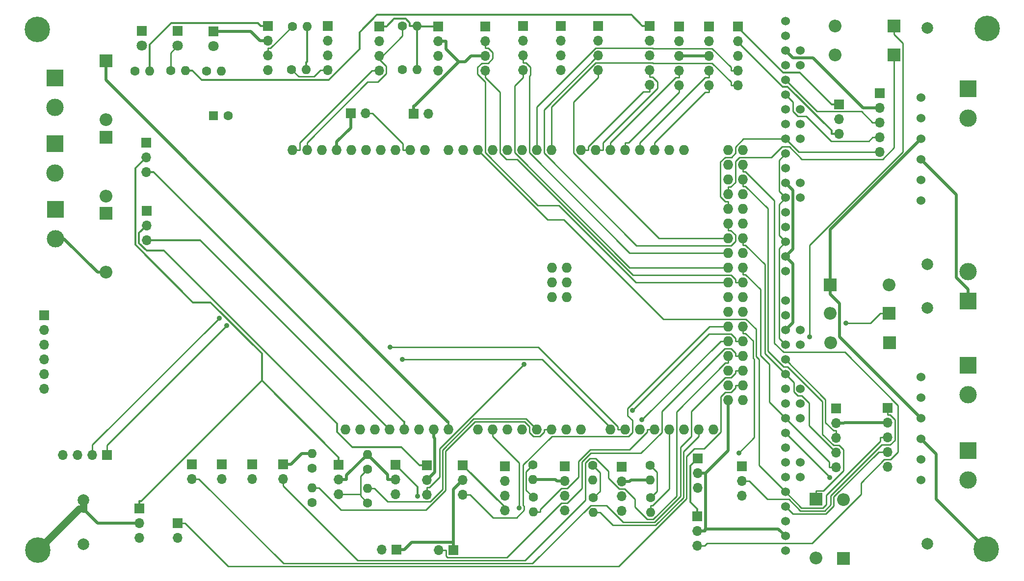
<source format=gbr>
%TF.GenerationSoftware,KiCad,Pcbnew,(5.1.9)-1*%
%TF.CreationDate,2021-05-16T20:36:29+02:00*%
%TF.ProjectId,Ardumower,41726475-6d6f-4776-9572-2e6b69636164,rev?*%
%TF.SameCoordinates,Original*%
%TF.FileFunction,Copper,L2,Bot*%
%TF.FilePolarity,Positive*%
%FSLAX46Y46*%
G04 Gerber Fmt 4.6, Leading zero omitted, Abs format (unit mm)*
G04 Created by KiCad (PCBNEW (5.1.9)-1) date 2021-05-16 20:36:29*
%MOMM*%
%LPD*%
G01*
G04 APERTURE LIST*
%TA.AperFunction,ComponentPad*%
%ADD10O,1.700000X1.700000*%
%TD*%
%TA.AperFunction,ComponentPad*%
%ADD11R,1.700000X1.700000*%
%TD*%
%TA.AperFunction,ComponentPad*%
%ADD12O,1.600000X1.600000*%
%TD*%
%TA.AperFunction,ComponentPad*%
%ADD13C,1.600000*%
%TD*%
%TA.AperFunction,ComponentPad*%
%ADD14O,2.200000X2.200000*%
%TD*%
%TA.AperFunction,ComponentPad*%
%ADD15R,2.200000X2.200000*%
%TD*%
%TA.AperFunction,ComponentPad*%
%ADD16C,3.000000*%
%TD*%
%TA.AperFunction,ComponentPad*%
%ADD17R,3.000000X3.000000*%
%TD*%
%TA.AperFunction,ConnectorPad*%
%ADD18C,4.400000*%
%TD*%
%TA.AperFunction,ComponentPad*%
%ADD19C,2.600000*%
%TD*%
%TA.AperFunction,ComponentPad*%
%ADD20C,2.000000*%
%TD*%
%TA.AperFunction,ComponentPad*%
%ADD21C,1.524000*%
%TD*%
%TA.AperFunction,ComponentPad*%
%ADD22C,1.800000*%
%TD*%
%TA.AperFunction,ComponentPad*%
%ADD23R,1.800000X1.800000*%
%TD*%
%TA.AperFunction,ComponentPad*%
%ADD24O,1.727200X1.727200*%
%TD*%
%TA.AperFunction,ComponentPad*%
%ADD25R,1.600000X1.600000*%
%TD*%
%TA.AperFunction,ViaPad*%
%ADD26C,0.889000*%
%TD*%
%TA.AperFunction,Conductor*%
%ADD27C,0.254000*%
%TD*%
%TA.AperFunction,Conductor*%
%ADD28C,0.500000*%
%TD*%
%TA.AperFunction,Conductor*%
%ADD29C,1.270000*%
%TD*%
%TA.AperFunction,Conductor*%
%ADD30C,0.508000*%
%TD*%
%TA.AperFunction,Conductor*%
%ADD31C,0.354000*%
%TD*%
G04 APERTURE END LIST*
D10*
%TO.P,JP5,3*%
%TO.N,+3V3*%
X180160000Y-56470000D03*
%TO.P,JP5,2*%
%TO.N,Net-(J42-Pad1)*%
X180160000Y-53930000D03*
D11*
%TO.P,JP5,1*%
%TO.N,+5V*%
X180160000Y-51390000D03*
%TD*%
D10*
%TO.P,JP4,3*%
%TO.N,+3V3*%
X163420000Y-118940000D03*
%TO.P,JP4,2*%
%TO.N,Net-(J40-Pad1)*%
X163420000Y-116400000D03*
D11*
%TO.P,JP4,1*%
%TO.N,+5V*%
X163420000Y-113860000D03*
%TD*%
D10*
%TO.P,J42,5*%
%TO.N,pinMotorMowEnable*%
X187200000Y-59610000D03*
%TO.P,J42,4*%
%TO.N,pinMotorMowDir*%
X187200000Y-57070000D03*
%TO.P,J42,3*%
%TO.N,pinMotorMowPWM*%
X187200000Y-54530000D03*
%TO.P,J42,2*%
%TO.N,GND*%
X187200000Y-51990000D03*
D11*
%TO.P,J42,1*%
%TO.N,Net-(J42-Pad1)*%
X187200000Y-49450000D03*
%TD*%
D10*
%TO.P,J41,5*%
%TO.N,pinMotorEnable*%
X188540000Y-113970000D03*
%TO.P,J41,4*%
%TO.N,pinMotorLeftDir*%
X188540000Y-111430000D03*
%TO.P,J41,3*%
%TO.N,pinMotorLeftPWM*%
X188540000Y-108890000D03*
%TO.P,J41,2*%
%TO.N,GND*%
X188540000Y-106350000D03*
D11*
%TO.P,J41,1*%
%TO.N,Net-(J40-Pad1)*%
X188540000Y-103810000D03*
%TD*%
D10*
%TO.P,J40,5*%
%TO.N,pinMotorEnable*%
X179700000Y-114050000D03*
%TO.P,J40,4*%
%TO.N,pinMotorRightDir*%
X179700000Y-111510000D03*
%TO.P,J40,3*%
%TO.N,pinMotorRightPWM*%
X179700000Y-108970000D03*
%TO.P,J40,2*%
%TO.N,GND*%
X179700000Y-106430000D03*
D11*
%TO.P,J40,1*%
%TO.N,Net-(J40-Pad1)*%
X179700000Y-103890000D03*
%TD*%
D12*
%TO.P,R17,2*%
%TO.N,GND*%
X147560000Y-116280000D03*
D13*
%TO.P,R17,1*%
%TO.N,Net-(J39-Pad1)*%
X147560000Y-113740000D03*
%TD*%
D12*
%TO.P,R16,2*%
%TO.N,GND*%
X137690000Y-116280000D03*
D13*
%TO.P,R16,1*%
%TO.N,Net-(J38-Pad1)*%
X137690000Y-113740000D03*
%TD*%
D12*
%TO.P,R15,2*%
%TO.N,GND*%
X127380000Y-116210000D03*
D13*
%TO.P,R15,1*%
%TO.N,Net-(J37-Pad1)*%
X127380000Y-113670000D03*
%TD*%
D12*
%TO.P,R14,2*%
%TO.N,pinOdometryLeft*%
X147630000Y-121870000D03*
D13*
%TO.P,R14,1*%
%TO.N,Net-(J39-Pad1)*%
X147630000Y-119330000D03*
%TD*%
D12*
%TO.P,R6,2*%
%TO.N,pinOdometryRight*%
X137760000Y-121870000D03*
D13*
%TO.P,R6,1*%
%TO.N,Net-(J38-Pad1)*%
X137760000Y-119330000D03*
%TD*%
D12*
%TO.P,R5,2*%
%TO.N,pinMotorMowRpm*%
X127450000Y-121800000D03*
D13*
%TO.P,R5,1*%
%TO.N,Net-(J37-Pad1)*%
X127450000Y-119260000D03*
%TD*%
D10*
%TO.P,J39,4*%
%TO.N,+3V3*%
X142700000Y-121580000D03*
%TO.P,J39,3*%
%TO.N,+5V*%
X142700000Y-119040000D03*
%TO.P,J39,2*%
%TO.N,GND*%
X142700000Y-116500000D03*
D11*
%TO.P,J39,1*%
%TO.N,Net-(J39-Pad1)*%
X142700000Y-113960000D03*
%TD*%
D10*
%TO.P,J38,4*%
%TO.N,+3V3*%
X132820000Y-121500000D03*
%TO.P,J38,3*%
%TO.N,+5V*%
X132820000Y-118960000D03*
%TO.P,J38,2*%
%TO.N,GND*%
X132820000Y-116420000D03*
D11*
%TO.P,J38,1*%
%TO.N,Net-(J38-Pad1)*%
X132820000Y-113880000D03*
%TD*%
D10*
%TO.P,J37,4*%
%TO.N,+3V3*%
X122520000Y-121500000D03*
%TO.P,J37,3*%
%TO.N,+5V*%
X122520000Y-118960000D03*
%TO.P,J37,2*%
%TO.N,GND*%
X122520000Y-116420000D03*
D11*
%TO.P,J37,1*%
%TO.N,Net-(J37-Pad1)*%
X122520000Y-113880000D03*
%TD*%
D14*
%TO.P,D13,2*%
%TO.N,Net-(D13-Pad2)*%
X176160000Y-129730000D03*
D15*
%TO.P,D13,1*%
%TO.N,pinMotorLeftFault*%
X176160000Y-119570000D03*
%TD*%
D14*
%TO.P,D12,2*%
%TO.N,Net-(D12-Pad2)*%
X180960000Y-119650000D03*
D15*
%TO.P,D12,1*%
%TO.N,pinMotorLeftSense*%
X180960000Y-129810000D03*
%TD*%
D14*
%TO.P,D11,2*%
%TO.N,Net-(D11-Pad2)*%
X178720000Y-92520000D03*
D15*
%TO.P,D11,1*%
%TO.N,pinMotorRightFault*%
X188880000Y-92520000D03*
%TD*%
D14*
%TO.P,D10,2*%
%TO.N,Net-(D10-Pad2)*%
X178640000Y-87460000D03*
D15*
%TO.P,D10,1*%
%TO.N,pinMotorRightSense*%
X188800000Y-87460000D03*
%TD*%
D14*
%TO.P,D9,2*%
%TO.N,Net-(D9-Pad2)*%
X179540000Y-42820000D03*
D15*
%TO.P,D9,1*%
%TO.N,pinMotorMowFault*%
X189700000Y-42820000D03*
%TD*%
D14*
%TO.P,D6,2*%
%TO.N,Net-(D6-Pad2)*%
X179540000Y-37850000D03*
D15*
%TO.P,D6,1*%
%TO.N,pinMotorMowSense*%
X189700000Y-37850000D03*
%TD*%
D10*
%TO.P,J36,2*%
%TO.N,pinReserveA10*%
X101290000Y-128250000D03*
D11*
%TO.P,J36,1*%
%TO.N,GND*%
X103830000Y-128250000D03*
%TD*%
%TO.P,J35,1*%
%TO.N,GND*%
X113660000Y-128400000D03*
D10*
%TO.P,J35,2*%
%TO.N,pinReserveD49*%
X111120000Y-128400000D03*
%TD*%
%TO.P,J34,2*%
%TO.N,pinReserveD9*%
X98440000Y-52960000D03*
D11*
%TO.P,J34,1*%
%TO.N,GND*%
X95900000Y-52960000D03*
%TD*%
D10*
%TO.P,J33,2*%
%TO.N,pinReserveD8*%
X109320000Y-53000000D03*
D11*
%TO.P,J33,1*%
%TO.N,GND*%
X106780000Y-53000000D03*
%TD*%
D16*
%TO.P,J28,2*%
%TO.N,Net-(J28-Pad2)*%
X202480000Y-116290000D03*
D17*
%TO.P,J28,1*%
%TO.N,Net-(J28-Pad1)*%
X202480000Y-111210000D03*
%TD*%
D16*
%TO.P,J27,2*%
%TO.N,Net-(J27-Pad2)*%
X202470000Y-101570000D03*
D17*
%TO.P,J27,1*%
%TO.N,Net-(J27-Pad1)*%
X202470000Y-96490000D03*
%TD*%
D16*
%TO.P,J26,2*%
%TO.N,Net-(J26-Pad2)*%
X202460000Y-53810000D03*
D17*
%TO.P,J26,1*%
%TO.N,Net-(J26-Pad1)*%
X202460000Y-48730000D03*
%TD*%
D16*
%TO.P,J32,2*%
%TO.N,Net-(D5-Pad2)*%
X202460000Y-80260000D03*
D17*
%TO.P,J32,1*%
%TO.N,GND*%
X202460000Y-85340000D03*
%TD*%
D14*
%TO.P,D5,2*%
%TO.N,Net-(D5-Pad2)*%
X188810000Y-82570000D03*
D15*
%TO.P,D5,1*%
%TO.N,+24V*%
X178650000Y-82570000D03*
%TD*%
D10*
%TO.P,J31,5*%
%TO.N,RX3*%
X147520000Y-47990000D03*
%TO.P,J31,4*%
%TO.N,TX3*%
X147520000Y-45450000D03*
%TO.P,J31,3*%
%TO.N,GND*%
X147520000Y-42910000D03*
%TO.P,J31,2*%
%TO.N,+3V3*%
X147520000Y-40370000D03*
D11*
%TO.P,J31,1*%
%TO.N,+5V*%
X147520000Y-37830000D03*
%TD*%
D10*
%TO.P,J24,5*%
%TO.N,RX2*%
X152570000Y-48070000D03*
%TO.P,J24,4*%
%TO.N,TX2*%
X152570000Y-45530000D03*
%TO.P,J24,3*%
%TO.N,GND*%
X152570000Y-42990000D03*
%TO.P,J24,2*%
%TO.N,+3V3*%
X152570000Y-40450000D03*
D11*
%TO.P,J24,1*%
%TO.N,+5V*%
X152570000Y-37910000D03*
%TD*%
D10*
%TO.P,J23,5*%
%TO.N,RX1*%
X157710000Y-48070000D03*
%TO.P,J23,4*%
%TO.N,TX1*%
X157710000Y-45530000D03*
%TO.P,J23,3*%
%TO.N,GND*%
X157710000Y-42990000D03*
%TO.P,J23,2*%
%TO.N,+3V3*%
X157710000Y-40450000D03*
D11*
%TO.P,J23,1*%
%TO.N,+5V*%
X157710000Y-37910000D03*
%TD*%
D10*
%TO.P,J22,5*%
%TO.N,RX0*%
X162770000Y-48150000D03*
%TO.P,J22,4*%
%TO.N,TX0*%
X162770000Y-45610000D03*
%TO.P,J22,3*%
%TO.N,GND*%
X162770000Y-43070000D03*
%TO.P,J22,2*%
%TO.N,+3V3*%
X162770000Y-40530000D03*
D11*
%TO.P,J22,1*%
%TO.N,+5V*%
X162770000Y-37990000D03*
%TD*%
D10*
%TO.P,J18,2*%
%TO.N,pinUserSwitch3*%
X84270000Y-116060000D03*
D11*
%TO.P,J18,1*%
%TO.N,GND*%
X84270000Y-113520000D03*
%TD*%
D10*
%TO.P,J17,2*%
%TO.N,pinUserSwitch2*%
X78910000Y-116060000D03*
D11*
%TO.P,J17,1*%
%TO.N,GND*%
X78910000Y-113520000D03*
%TD*%
D10*
%TO.P,J16,2*%
%TO.N,pinUserSwitch1*%
X73700000Y-116060000D03*
D11*
%TO.P,J16,1*%
%TO.N,GND*%
X73700000Y-113520000D03*
%TD*%
D10*
%TO.P,J15,2*%
%TO.N,pinButton*%
X68500000Y-116060000D03*
D11*
%TO.P,J15,1*%
%TO.N,GND*%
X68500000Y-113520000D03*
%TD*%
D18*
%TO.P,H4,1*%
%TO.N,GND*%
X41880000Y-128370000D03*
D19*
X41880000Y-128370000D03*
%TD*%
D18*
%TO.P,H3,1*%
%TO.N,GND*%
X205600000Y-128210000D03*
D19*
X205600000Y-128210000D03*
%TD*%
D18*
%TO.P,H2,1*%
%TO.N,GND*%
X205750000Y-38270000D03*
D19*
X205750000Y-38270000D03*
%TD*%
D18*
%TO.P,H1,1*%
%TO.N,GND*%
X41810000Y-38440000D03*
D19*
X41810000Y-38440000D03*
%TD*%
D10*
%TO.P,J14,3*%
%TO.N,pinBuzzer*%
X59480000Y-126230000D03*
%TO.P,J14,2*%
%TO.N,GND*%
X59480000Y-123690000D03*
D11*
%TO.P,J14,1*%
%TO.N,+5V*%
X59480000Y-121150000D03*
%TD*%
D20*
%TO.P,U2,~*%
%TO.N,N/C*%
X195421500Y-86526500D03*
X195421500Y-127293500D03*
D21*
%TO.P,U2,31*%
X173514000Y-90400000D03*
%TO.P,U2,30*%
X173514000Y-92940000D03*
%TO.P,U2,29*%
X173514000Y-100560000D03*
%TO.P,U2,28*%
X173514000Y-103100000D03*
%TO.P,U2,27*%
X173514000Y-105640000D03*
%TO.P,U2,26*%
X173514000Y-113260000D03*
%TO.P,U2,25*%
X173514000Y-115800000D03*
%TO.P,U2,24*%
%TO.N,Net-(J27-Pad1)*%
X194342000Y-98528000D03*
%TO.P,U2,23*%
%TO.N,Net-(J27-Pad2)*%
X194342000Y-102084000D03*
%TO.P,U2,22*%
%TO.N,+24V*%
X194342000Y-105640000D03*
%TO.P,U2,21*%
%TO.N,GND*%
X194342000Y-109196000D03*
%TO.P,U2,20*%
%TO.N,Net-(J28-Pad1)*%
X194342000Y-112752000D03*
%TO.P,U2,19*%
%TO.N,Net-(J28-Pad2)*%
X194342000Y-116308000D03*
%TO.P,U2,18*%
%TO.N,Net-(D10-Pad2)*%
X170974000Y-85320000D03*
%TO.P,U2,17*%
%TO.N,Net-(D11-Pad2)*%
X170974000Y-87860000D03*
%TO.P,U2,16*%
%TO.N,GND*%
X170974000Y-90400000D03*
%TO.P,U2,15*%
%TO.N,IOREV*%
X170974000Y-92940000D03*
%TO.P,U2,14*%
%TO.N,pinMotorRightPWM*%
X170974000Y-95480000D03*
%TO.P,U2,13*%
%TO.N,pinMotorRightDir*%
X170974000Y-98020000D03*
%TO.P,U2,12*%
%TO.N,N/C*%
X170974000Y-100560000D03*
%TO.P,U2,11*%
X170974000Y-103100000D03*
%TO.P,U2,10*%
%TO.N,pinMotorEnable*%
X170974000Y-105640000D03*
%TO.P,U2,9*%
%TO.N,Net-(D12-Pad2)*%
X170974000Y-108180000D03*
%TO.P,U2,8*%
%TO.N,Net-(D13-Pad2)*%
X170974000Y-110720000D03*
%TO.P,U2,7*%
%TO.N,GND*%
X170974000Y-113260000D03*
%TO.P,U2,6*%
%TO.N,IOREV*%
X170974000Y-115800000D03*
%TO.P,U2,5*%
%TO.N,pinMotorLeftPWM*%
X170974000Y-118340000D03*
%TO.P,U2,4*%
%TO.N,pinMotorLeftDir*%
X170974000Y-120880000D03*
%TO.P,U2,3*%
%TO.N,IOREV*%
X170974000Y-123420000D03*
%TO.P,U2,2*%
%TO.N,GND*%
X170974000Y-125960000D03*
%TO.P,U2,1*%
%TO.N,N/C*%
X170974000Y-128500000D03*
%TD*%
D12*
%TO.P,R4,2*%
%TO.N,+3V3*%
X107350000Y-37840000D03*
D13*
%TO.P,R4,1*%
%TO.N,SDA1*%
X104810000Y-37840000D03*
%TD*%
D12*
%TO.P,R3,2*%
%TO.N,+3V3*%
X88380000Y-37910000D03*
D13*
%TO.P,R3,1*%
%TO.N,SDA0*%
X85840000Y-37910000D03*
%TD*%
D12*
%TO.P,R2,2*%
%TO.N,+3V3*%
X107350000Y-45400000D03*
D13*
%TO.P,R2,1*%
%TO.N,SCL1*%
X104810000Y-45400000D03*
%TD*%
D12*
%TO.P,R1,2*%
%TO.N,+3V3*%
X88250000Y-45370000D03*
D13*
%TO.P,R1,1*%
%TO.N,SCL0*%
X85710000Y-45370000D03*
%TD*%
D10*
%TO.P,JP3,3*%
%TO.N,DUE_3.3V*%
X60700000Y-74840000D03*
%TO.P,JP3,2*%
%TO.N,+3V3*%
X60700000Y-72300000D03*
D11*
%TO.P,JP3,1*%
%TO.N,Net-(D8-Pad1)*%
X60700000Y-69760000D03*
%TD*%
D10*
%TO.P,JP2,2*%
%TO.N,Net-(JP2-Pad2)*%
X66080000Y-126280000D03*
D11*
%TO.P,JP2,1*%
%TO.N,pinBuzzer*%
X66080000Y-123740000D03*
%TD*%
D10*
%TO.P,JP1,3*%
%TO.N,DUE_5V*%
X60660000Y-63100000D03*
%TO.P,JP1,2*%
%TO.N,+5V*%
X60660000Y-60560000D03*
D11*
%TO.P,JP1,1*%
%TO.N,Net-(D7-Pad1)*%
X60660000Y-58020000D03*
%TD*%
D10*
%TO.P,J30,4*%
%TO.N,SCL1*%
X100810000Y-45550000D03*
%TO.P,J30,3*%
%TO.N,SDA1*%
X100810000Y-43010000D03*
%TO.P,J30,2*%
%TO.N,GND*%
X100810000Y-40470000D03*
D11*
%TO.P,J30,1*%
%TO.N,+3V3*%
X100810000Y-37930000D03*
%TD*%
D16*
%TO.P,J29,2*%
%TO.N,Net-(D8-Pad2)*%
X44990000Y-74580000D03*
D17*
%TO.P,J29,1*%
%TO.N,GND*%
X44990000Y-69500000D03*
%TD*%
D16*
%TO.P,J25,2*%
%TO.N,Net-(D7-Pad2)*%
X44890000Y-63290000D03*
D17*
%TO.P,J25,1*%
%TO.N,GND*%
X44890000Y-58210000D03*
%TD*%
D14*
%TO.P,D8,2*%
%TO.N,Net-(D8-Pad2)*%
X53690000Y-80380000D03*
D15*
%TO.P,D8,1*%
%TO.N,Net-(D8-Pad1)*%
X53690000Y-70220000D03*
%TD*%
D14*
%TO.P,D7,2*%
%TO.N,Net-(D7-Pad2)*%
X53690000Y-67210000D03*
D15*
%TO.P,D7,1*%
%TO.N,Net-(D7-Pad1)*%
X53690000Y-57050000D03*
%TD*%
D10*
%TO.P,J19,3*%
%TO.N,Net-(J19-Pad3)*%
X103670000Y-118730000D03*
%TO.P,J19,2*%
%TO.N,GND*%
X103670000Y-116190000D03*
D11*
%TO.P,J19,1*%
%TO.N,+5V*%
X103670000Y-113650000D03*
%TD*%
D20*
%TO.P,U1,~*%
%TO.N,N/C*%
X195421500Y-38236500D03*
X195421500Y-79003500D03*
D21*
%TO.P,U1,31*%
X173514000Y-42110000D03*
%TO.P,U1,30*%
X173514000Y-44650000D03*
%TO.P,U1,29*%
X173514000Y-52270000D03*
%TO.P,U1,28*%
X173514000Y-54810000D03*
%TO.P,U1,27*%
X173514000Y-57350000D03*
%TO.P,U1,26*%
X173514000Y-64970000D03*
%TO.P,U1,25*%
X173514000Y-67510000D03*
%TO.P,U1,24*%
%TO.N,Net-(J26-Pad1)*%
X194342000Y-50238000D03*
%TO.P,U1,23*%
%TO.N,Net-(J26-Pad2)*%
X194342000Y-53794000D03*
%TO.P,U1,22*%
%TO.N,+24V*%
X194342000Y-57350000D03*
%TO.P,U1,21*%
%TO.N,GND*%
X194342000Y-60906000D03*
%TO.P,U1,20*%
%TO.N,N/C*%
X194342000Y-64462000D03*
%TO.P,U1,19*%
X194342000Y-68018000D03*
%TO.P,U1,18*%
%TO.N,Net-(D6-Pad2)*%
X170974000Y-37030000D03*
%TO.P,U1,17*%
%TO.N,Net-(D9-Pad2)*%
X170974000Y-39570000D03*
%TO.P,U1,16*%
%TO.N,GND*%
X170974000Y-42110000D03*
%TO.P,U1,15*%
%TO.N,IOREV*%
X170974000Y-44650000D03*
%TO.P,U1,14*%
%TO.N,pinMotorMowPWM*%
X170974000Y-47190000D03*
%TO.P,U1,13*%
%TO.N,pinMotorMowDir*%
X170974000Y-49730000D03*
%TO.P,U1,12*%
%TO.N,N/C*%
X170974000Y-52270000D03*
%TO.P,U1,11*%
X170974000Y-54810000D03*
%TO.P,U1,10*%
%TO.N,pinMotorMowEnable*%
X170974000Y-57350000D03*
%TO.P,U1,9*%
%TO.N,IOREV*%
X170974000Y-59890000D03*
%TO.P,U1,8*%
%TO.N,Net-(D9-Pad2)*%
X170974000Y-62430000D03*
%TO.P,U1,7*%
%TO.N,GND*%
X170974000Y-64970000D03*
%TO.P,U1,6*%
%TO.N,IOREV*%
X170974000Y-67510000D03*
%TO.P,U1,5*%
%TO.N,pinMotorMowPWM*%
X170974000Y-70050000D03*
%TO.P,U1,4*%
%TO.N,pinMotorMowDir*%
X170974000Y-72590000D03*
%TO.P,U1,3*%
%TO.N,IOREV*%
X170974000Y-75130000D03*
%TO.P,U1,2*%
%TO.N,GND*%
X170974000Y-77670000D03*
%TO.P,U1,1*%
%TO.N,N/C*%
X170974000Y-80210000D03*
%TD*%
D22*
%TO.P,D4,2*%
%TO.N,Net-(D4-Pad2)*%
X72210000Y-41350000D03*
D23*
%TO.P,D4,1*%
%TO.N,GND*%
X72210000Y-38810000D03*
%TD*%
D22*
%TO.P,D2,2*%
%TO.N,Net-(D2-Pad2)*%
X59870000Y-41260000D03*
D23*
%TO.P,D2,1*%
%TO.N,GND*%
X59870000Y-38720000D03*
%TD*%
D10*
%TO.P,J21,6*%
%TO.N,pinVoltageMeasurement*%
X43060000Y-100500000D03*
%TO.P,J21,5*%
%TO.N,pinChargeRelay*%
X43060000Y-97960000D03*
%TO.P,J21,4*%
%TO.N,pinChargeCurrent*%
X43060000Y-95420000D03*
%TO.P,J21,3*%
%TO.N,pinChargeVoltage*%
X43060000Y-92880000D03*
%TO.P,J21,2*%
%TO.N,pinBatterySwitch*%
X43060000Y-90340000D03*
D11*
%TO.P,J21,1*%
%TO.N,pinBatteryVoltage*%
X43060000Y-87800000D03*
%TD*%
D10*
%TO.P,J20,4*%
%TO.N,pinRemoteSwitch*%
X46280000Y-111940000D03*
%TO.P,J20,3*%
%TO.N,pinRemoteMow*%
X48820000Y-111940000D03*
%TO.P,J20,2*%
%TO.N,pinRemoteSteer*%
X51360000Y-111940000D03*
D11*
%TO.P,J20,1*%
%TO.N,pinRemoteSpeed*%
X53900000Y-111940000D03*
%TD*%
D10*
%TO.P,J12,4*%
%TO.N,pinSonarLeftEcho*%
X125660000Y-45510000D03*
%TO.P,J12,3*%
%TO.N,pinSonarLeftTrigger*%
X125660000Y-42970000D03*
%TO.P,J12,2*%
%TO.N,GND*%
X125660000Y-40430000D03*
D11*
%TO.P,J12,1*%
%TO.N,+3V3*%
X125660000Y-37890000D03*
%TD*%
D10*
%TO.P,J11,4*%
%TO.N,pinSonarCenterEcho*%
X132200000Y-45510000D03*
%TO.P,J11,3*%
%TO.N,pinSonarCenterTrigger*%
X132200000Y-42970000D03*
%TO.P,J11,2*%
%TO.N,GND*%
X132200000Y-40430000D03*
D11*
%TO.P,J11,1*%
%TO.N,+3V3*%
X132200000Y-37890000D03*
%TD*%
D10*
%TO.P,J10,4*%
%TO.N,pinSonarRightEcho*%
X138640000Y-45510000D03*
%TO.P,J10,3*%
%TO.N,pinSonarRightTrigger*%
X138640000Y-42970000D03*
%TO.P,J10,2*%
%TO.N,GND*%
X138640000Y-40430000D03*
D11*
%TO.P,J10,1*%
%TO.N,+3V3*%
X138640000Y-37890000D03*
%TD*%
D10*
%TO.P,J5,4*%
%TO.N,pinBumperLeft*%
X119110000Y-45530000D03*
%TO.P,J5,3*%
%TO.N,GND*%
X119110000Y-42990000D03*
%TO.P,J5,2*%
%TO.N,pinBumperRight*%
X119110000Y-40450000D03*
D11*
%TO.P,J5,1*%
%TO.N,GND*%
X119110000Y-37910000D03*
%TD*%
D10*
%TO.P,J4,4*%
%TO.N,SCL1*%
X111020000Y-45600000D03*
%TO.P,J4,3*%
%TO.N,SDA1*%
X111020000Y-43060000D03*
%TO.P,J4,2*%
%TO.N,GND*%
X111020000Y-40520000D03*
D11*
%TO.P,J4,1*%
%TO.N,+3V3*%
X111020000Y-37980000D03*
%TD*%
D10*
%TO.P,J3,4*%
%TO.N,SCL0*%
X91920000Y-45500000D03*
%TO.P,J3,3*%
%TO.N,SDA0*%
X91920000Y-42960000D03*
%TO.P,J3,2*%
%TO.N,GND*%
X91920000Y-40420000D03*
D11*
%TO.P,J3,1*%
%TO.N,+3V3*%
X91920000Y-37880000D03*
%TD*%
D10*
%TO.P,J2,4*%
%TO.N,SCL0*%
X81620000Y-45450000D03*
%TO.P,J2,3*%
%TO.N,SDA0*%
X81620000Y-42910000D03*
%TO.P,J2,2*%
%TO.N,GND*%
X81620000Y-40370000D03*
D11*
%TO.P,J2,1*%
%TO.N,+3V3*%
X81620000Y-37830000D03*
%TD*%
D24*
%TO.P,XA1,MISO*%
%TO.N,N/C*%
X130677000Y-79570000D03*
%TO.P,XA1,GND6*%
%TO.N,GND*%
X163570000Y-102430000D03*
%TO.P,XA1,GND5*%
X161030000Y-102430000D03*
%TO.P,XA1,D53*%
%TO.N,pinBuzzer*%
X163570000Y-99890000D03*
%TO.P,XA1,D52*%
%TO.N,pinRemoteSwitch*%
X161030000Y-99890000D03*
%TO.P,XA1,D51*%
%TO.N,pinButton*%
X163570000Y-97350000D03*
%TO.P,XA1,D50*%
%TO.N,pinChargeRelay*%
X161030000Y-97350000D03*
%TO.P,XA1,D49*%
%TO.N,pinReserveD49*%
X163570000Y-94810000D03*
%TO.P,XA1,D48*%
%TO.N,pinUserSwitch3*%
X161030000Y-94810000D03*
%TO.P,XA1,D47*%
%TO.N,pinUserSwitch2*%
X163570000Y-92270000D03*
%TO.P,XA1,D46*%
%TO.N,pinUserSwitch1*%
X161030000Y-92270000D03*
%TO.P,XA1,D45*%
%TO.N,pinDropLeft*%
X163570000Y-89730000D03*
%TO.P,XA1,D44*%
%TO.N,pinRain*%
X161030000Y-89730000D03*
%TO.P,XA1,D43*%
%TO.N,N/C*%
X163570000Y-87190000D03*
%TO.P,XA1,D42*%
X161030000Y-87190000D03*
%TO.P,XA1,D41*%
X163570000Y-84650000D03*
%TO.P,XA1,D40*%
X161030000Y-84650000D03*
%TO.P,XA1,D39*%
%TO.N,pinBumperLeft*%
X163570000Y-82110000D03*
%TO.P,XA1,D38*%
%TO.N,pinBumperRight*%
X161030000Y-82110000D03*
%TO.P,XA1,D37*%
%TO.N,pinMotorEnable*%
X163570000Y-79570000D03*
%TO.P,XA1,D36*%
%TO.N,pinSonarLeftEcho*%
X161030000Y-79570000D03*
%TO.P,XA1,D35*%
%TO.N,pinTilt*%
X163570000Y-77030000D03*
%TO.P,XA1,D34*%
%TO.N,pinSonarLeftTrigger*%
X161030000Y-77030000D03*
%TO.P,XA1,D33*%
%TO.N,pinMotorRightDir*%
X163570000Y-74490000D03*
%TO.P,XA1,D32*%
%TO.N,pinSonarRightEcho*%
X161030000Y-74490000D03*
%TO.P,XA1,D31*%
%TO.N,pinMotorLeftDir*%
X163570000Y-71950000D03*
%TO.P,XA1,D30*%
%TO.N,pinSonarRightTrigger*%
X161030000Y-71950000D03*
%TO.P,XA1,D29*%
%TO.N,pinMotorMowDir*%
X163570000Y-69410000D03*
%TO.P,XA1,D28*%
%TO.N,pinMotorMowEnable*%
X161030000Y-69410000D03*
%TO.P,XA1,D27*%
%TO.N,pinMotorRightFault*%
X163570000Y-66870000D03*
%TO.P,XA1,D26*%
%TO.N,pinMotorMowFault*%
X161030000Y-66870000D03*
%TO.P,XA1,D25*%
%TO.N,pinMotorLeftFault*%
X163570000Y-64330000D03*
%TO.P,XA1,D24*%
%TO.N,pinSonarCenterTrigger*%
X161030000Y-64330000D03*
%TO.P,XA1,D23*%
%TO.N,pinDropRight*%
X163570000Y-61790000D03*
%TO.P,XA1,D22*%
%TO.N,pinSonarCenterEcho*%
X161030000Y-61790000D03*
%TO.P,XA1,5V4*%
%TO.N,N/C*%
X163570000Y-59250000D03*
%TO.P,XA1,5V3*%
X161030000Y-59250000D03*
%TO.P,XA1,CANT*%
X158490000Y-107510000D03*
%TO.P,XA1,CANR*%
%TO.N,pinOdometryRight*%
X155950000Y-107510000D03*
%TO.P,XA1,DAC1*%
%TO.N,N/C*%
X153410000Y-107510000D03*
%TO.P,XA1,DAC0*%
%TO.N,pinOdometryLeft*%
X150870000Y-107510000D03*
%TO.P,XA1,A11*%
%TO.N,pinMotorMowRpm*%
X148330000Y-107510000D03*
%TO.P,XA1,A10*%
%TO.N,pinReserveA10*%
X145790000Y-107510000D03*
%TO.P,XA1,A9*%
%TO.N,pinChargeVoltage*%
X143250000Y-107510000D03*
%TO.P,XA1,A8*%
%TO.N,pinChargeCurrent*%
X140710000Y-107510000D03*
%TO.P,XA1,A7*%
%TO.N,pinVoltageMeasurement*%
X135630000Y-107510000D03*
%TO.P,XA1,A6*%
%TO.N,N/C*%
X133090000Y-107510000D03*
%TO.P,XA1,A5*%
%TO.N,pinPerimeterLeft*%
X130550000Y-107510000D03*
%TO.P,XA1,A4*%
%TO.N,pinPerimeterRight*%
X128010000Y-107510000D03*
%TO.P,XA1,A3*%
%TO.N,pinMotorMowSense*%
X125470000Y-107510000D03*
%TO.P,XA1,A2*%
%TO.N,pinBatteryVoltage*%
X122930000Y-107510000D03*
%TO.P,XA1,A1*%
%TO.N,pinMotorLeftSense*%
X120390000Y-107510000D03*
%TO.P,XA1,*%
%TO.N,*%
X94990000Y-107510000D03*
%TO.P,XA1,D11*%
%TO.N,pinRemoteSteer*%
X101086000Y-59250000D03*
%TO.P,XA1,D12*%
%TO.N,pinRemoteMow*%
X98546000Y-59250000D03*
%TO.P,XA1,D13*%
%TO.N,pinLED*%
X96006000Y-59250000D03*
%TO.P,XA1,AREF*%
%TO.N,Net-(C1-Pad2)*%
X90926000Y-59250000D03*
%TO.P,XA1,SDA1*%
%TO.N,SDA1*%
X88386000Y-59250000D03*
%TO.P,XA1,SCL1*%
%TO.N,SCL1*%
X85846000Y-59250000D03*
%TO.P,XA1,D10*%
%TO.N,pinRemoteSpeed*%
X103626000Y-59250000D03*
%TO.P,XA1,D9*%
%TO.N,pinReserveD9*%
X106166000Y-59250000D03*
%TO.P,XA1,D8*%
%TO.N,pinReserveD8*%
X108706000Y-59250000D03*
%TO.P,XA1,GND1*%
%TO.N,GND*%
X93466000Y-59250000D03*
%TO.P,XA1,D7*%
%TO.N,N/C*%
X112770000Y-59250000D03*
%TO.P,XA1,D6*%
X115310000Y-59250000D03*
%TO.P,XA1,D5*%
%TO.N,pinMotorLeftPWM*%
X117850000Y-59250000D03*
%TO.P,XA1,D4*%
%TO.N,pinBatterySwitch*%
X120390000Y-59250000D03*
%TO.P,XA1,D3*%
%TO.N,pinMotorRightPWM*%
X122930000Y-59250000D03*
%TO.P,XA1,D2*%
%TO.N,pinMotorMowPWM*%
X125470000Y-59250000D03*
%TO.P,XA1,D1*%
%TO.N,TX0*%
X128010000Y-59250000D03*
%TO.P,XA1,D0*%
%TO.N,RX0*%
X130550000Y-59250000D03*
%TO.P,XA1,D14*%
%TO.N,RX3*%
X135630000Y-59250000D03*
%TO.P,XA1,D15*%
%TO.N,TX3*%
X138170000Y-59250000D03*
%TO.P,XA1,D16*%
%TO.N,TX2*%
X140710000Y-59250000D03*
%TO.P,XA1,D17*%
%TO.N,RX2*%
X143250000Y-59250000D03*
%TO.P,XA1,D18*%
%TO.N,TX1*%
X145790000Y-59250000D03*
%TO.P,XA1,D19*%
%TO.N,RX1*%
X148330000Y-59250000D03*
%TO.P,XA1,D20*%
%TO.N,SDA0*%
X150870000Y-59250000D03*
%TO.P,XA1,D21*%
%TO.N,SCL0*%
X153410000Y-59250000D03*
%TO.P,XA1,IORF*%
%TO.N,IOREV*%
X97530000Y-107510000D03*
%TO.P,XA1,RST1*%
%TO.N,N/C*%
X100070000Y-107510000D03*
%TO.P,XA1,3V3*%
%TO.N,DUE_3.3V*%
X102610000Y-107510000D03*
%TO.P,XA1,5V1*%
%TO.N,DUE_5V*%
X105150000Y-107510000D03*
%TO.P,XA1,GND2*%
%TO.N,GND*%
X107690000Y-107510000D03*
%TO.P,XA1,GND3*%
X110230000Y-107510000D03*
%TO.P,XA1,VIN*%
%TO.N,+9V*%
X112770000Y-107510000D03*
%TO.P,XA1,A0*%
%TO.N,pinMotorRightSense*%
X117850000Y-107510000D03*
%TO.P,XA1,5V2*%
%TO.N,N/C*%
X133217000Y-79570000D03*
%TO.P,XA1,SCK*%
X130677000Y-82110000D03*
%TO.P,XA1,MOSI*%
X133217000Y-82110000D03*
%TO.P,XA1,GND4*%
X133217000Y-84650000D03*
%TO.P,XA1,RST2*%
X130677000Y-84650000D03*
%TD*%
D20*
%TO.P,SP1,1*%
%TO.N,GND*%
X49820000Y-119720160D03*
%TO.P,SP1,2*%
%TO.N,Net-(JP2-Pad2)*%
X49820000Y-127319840D03*
%TD*%
D12*
%TO.P,R13,2*%
%TO.N,Net-(D4-Pad2)*%
X73560000Y-45680000D03*
D13*
%TO.P,R13,1*%
%TO.N,pinLED*%
X71020000Y-45680000D03*
%TD*%
D12*
%TO.P,R12,2*%
%TO.N,+5V*%
X67370000Y-45590000D03*
D13*
%TO.P,R12,1*%
%TO.N,Net-(D3-Pad2)*%
X64830000Y-45590000D03*
%TD*%
D12*
%TO.P,R11,2*%
%TO.N,+3V3*%
X61260000Y-45630000D03*
D13*
%TO.P,R11,1*%
%TO.N,Net-(D2-Pad2)*%
X58720000Y-45630000D03*
%TD*%
D12*
%TO.P,R10,2*%
%TO.N,GND*%
X89260000Y-111660000D03*
D13*
%TO.P,R10,1*%
%TO.N,Net-(J19-Pad3)*%
X89260000Y-114200000D03*
%TD*%
D12*
%TO.P,R9,2*%
%TO.N,pinPerimeterLeft*%
X89290000Y-117640000D03*
D13*
%TO.P,R9,1*%
%TO.N,Net-(J19-Pad3)*%
X89290000Y-120180000D03*
%TD*%
D12*
%TO.P,R8,2*%
%TO.N,GND*%
X98820000Y-111850000D03*
D13*
%TO.P,R8,1*%
%TO.N,Net-(J13-Pad3)*%
X98820000Y-114390000D03*
%TD*%
D12*
%TO.P,R7,2*%
%TO.N,pinPerimeterRight*%
X98820000Y-117690000D03*
D13*
%TO.P,R7,1*%
%TO.N,Net-(J13-Pad3)*%
X98820000Y-120230000D03*
%TD*%
D10*
%TO.P,J13,3*%
%TO.N,Net-(J13-Pad3)*%
X93860000Y-118730000D03*
%TO.P,J13,2*%
%TO.N,GND*%
X93860000Y-116190000D03*
D11*
%TO.P,J13,1*%
%TO.N,+5V*%
X93860000Y-113650000D03*
%TD*%
D10*
%TO.P,J9,3*%
%TO.N,pinRain*%
X115260000Y-118780000D03*
%TO.P,J9,2*%
%TO.N,GND*%
X115260000Y-116240000D03*
D11*
%TO.P,J9,1*%
%TO.N,+3V3*%
X115260000Y-113700000D03*
%TD*%
D10*
%TO.P,J8,3*%
%TO.N,pinTilt*%
X109060000Y-118780000D03*
%TO.P,J8,2*%
%TO.N,GND*%
X109060000Y-116240000D03*
D11*
%TO.P,J8,1*%
%TO.N,+3V3*%
X109060000Y-113700000D03*
%TD*%
D10*
%TO.P,J7,3*%
%TO.N,pinDropRight*%
X155750000Y-127630000D03*
%TO.P,J7,2*%
%TO.N,GND*%
X155750000Y-125090000D03*
D11*
%TO.P,J7,1*%
%TO.N,+3V3*%
X155750000Y-122550000D03*
%TD*%
D10*
%TO.P,J6,3*%
%TO.N,pinDropLeft*%
X155800000Y-117590000D03*
%TO.P,J6,2*%
%TO.N,GND*%
X155800000Y-115050000D03*
D11*
%TO.P,J6,1*%
%TO.N,+3V3*%
X155800000Y-112510000D03*
%TD*%
D16*
%TO.P,J1,2*%
%TO.N,Net-(D1-Pad2)*%
X44880000Y-51950000D03*
D17*
%TO.P,J1,1*%
%TO.N,GND*%
X44880000Y-46870000D03*
%TD*%
D22*
%TO.P,D3,2*%
%TO.N,Net-(D3-Pad2)*%
X66060000Y-41260000D03*
D23*
%TO.P,D3,1*%
%TO.N,GND*%
X66060000Y-38720000D03*
%TD*%
D14*
%TO.P,D1,2*%
%TO.N,Net-(D1-Pad2)*%
X53690000Y-54040000D03*
D15*
%TO.P,D1,1*%
%TO.N,+9V*%
X53690000Y-43880000D03*
%TD*%
D13*
%TO.P,C1,2*%
%TO.N,Net-(C1-Pad2)*%
X74750000Y-53370000D03*
D25*
%TO.P,C1,1*%
%TO.N,GND*%
X72250000Y-53370000D03*
%TD*%
D26*
%TO.N,pinMotorRightSense*%
X181339500Y-89191600D03*
%TO.N,pinMotorLeftSense*%
X124971200Y-121092000D03*
%TO.N,pinMotorMowSense*%
X175099900Y-91544000D03*
%TO.N,pinDropLeft*%
X162880600Y-111623000D03*
%TO.N,pinUserSwitch2*%
X144530200Y-104222300D03*
%TO.N,pinUserSwitch1*%
X146184300Y-105870800D03*
%TO.N,pinTilt*%
X125838700Y-96256100D03*
%TO.N,pinChargeVoltage*%
X102726800Y-93299400D03*
%TO.N,pinChargeCurrent*%
X104850400Y-95420000D03*
%TO.N,pinRemoteSteer*%
X73213700Y-88302600D03*
%TO.N,pinRemoteSpeed*%
X74516000Y-89604900D03*
%TO.N,+5V*%
X107464800Y-119023300D03*
%TO.N,Net-(D12-Pad2)*%
X178585300Y-115830900D03*
%TD*%
D27*
%TO.N,SCL1*%
X100810000Y-45550000D02*
X99578700Y-45550000D01*
X85846000Y-59250000D02*
X87090900Y-59250000D01*
X87090900Y-59250000D02*
X87090900Y-58037800D01*
X87090900Y-58037800D02*
X99578700Y-45550000D01*
%TO.N,SDA1*%
X88386000Y-59250000D02*
X88386000Y-58005100D01*
X88386000Y-58005100D02*
X98847800Y-47543300D01*
X98847800Y-47543300D02*
X100622200Y-47543300D01*
X100622200Y-47543300D02*
X102047100Y-46118400D01*
X102047100Y-46118400D02*
X102047100Y-44826200D01*
X102047100Y-44826200D02*
X100810000Y-43589100D01*
X100810000Y-43589100D02*
X104810000Y-39589100D01*
X104810000Y-39589100D02*
X104810000Y-37840000D01*
X100810000Y-43010000D02*
X100810000Y-43589100D01*
D28*
%TO.N,GND*%
X170974000Y-77670000D02*
X172256100Y-78952100D01*
X172256100Y-78952100D02*
X172256100Y-89117900D01*
X172256100Y-89117900D02*
X170974000Y-90400000D01*
X170974000Y-64970000D02*
X172244000Y-66240000D01*
X172244000Y-66240000D02*
X172244000Y-76400000D01*
X172244000Y-76400000D02*
X170974000Y-77670000D01*
X103830000Y-128250000D02*
X105184300Y-128250000D01*
X113660000Y-127025400D02*
X113660000Y-128400000D01*
X115260000Y-116240000D02*
X113660000Y-117840000D01*
X113660000Y-117840000D02*
X113660000Y-127025400D01*
X113660000Y-127025400D02*
X106408900Y-127025400D01*
X106408900Y-127025400D02*
X105184300Y-128250000D01*
X84270000Y-113520000D02*
X85624300Y-113520000D01*
X89260000Y-111660000D02*
X87484300Y-111660000D01*
X87484300Y-111660000D02*
X85624300Y-113520000D01*
X194342000Y-109196000D02*
X196925900Y-111779900D01*
X196925900Y-111779900D02*
X196925900Y-119535900D01*
X196925900Y-119535900D02*
X205600000Y-128210000D01*
X179700000Y-106430000D02*
X181054300Y-106430000D01*
X188540000Y-106350000D02*
X181134300Y-106350000D01*
X181134300Y-106350000D02*
X181054300Y-106430000D01*
X170974000Y-42110000D02*
X172244000Y-43380000D01*
X172244000Y-43380000D02*
X175711700Y-43380000D01*
X175711700Y-43380000D02*
X184321700Y-51990000D01*
X184321700Y-51990000D02*
X187200000Y-51990000D01*
X110230000Y-108877900D02*
X110414300Y-109062200D01*
X110414300Y-109062200D02*
X110414300Y-114885700D01*
X110414300Y-114885700D02*
X109060000Y-116240000D01*
X49820000Y-121221600D02*
X49028400Y-121221600D01*
D29*
X49028400Y-121221600D02*
X41880000Y-128370000D01*
D28*
X59480000Y-123690000D02*
X52288400Y-123690000D01*
X52288400Y-123690000D02*
X49820000Y-121221600D01*
D29*
X49820000Y-121221600D02*
X49820000Y-119720200D01*
D28*
X202460000Y-85340000D02*
X202460000Y-83335700D01*
X194342000Y-60906000D02*
X200455700Y-67019700D01*
X200455700Y-67019700D02*
X200455700Y-81331400D01*
X200455700Y-81331400D02*
X202460000Y-83335700D01*
X155750000Y-125090000D02*
X157104300Y-125090000D01*
X157154300Y-124699500D02*
X169713500Y-124699500D01*
X169713500Y-124699500D02*
X170974000Y-125960000D01*
X157104300Y-125090000D02*
X157104300Y-124749500D01*
X157104300Y-124749500D02*
X157154300Y-124699500D01*
X157154300Y-115050000D02*
X157154300Y-124699500D01*
X161030000Y-102430000D02*
X161030000Y-111174300D01*
X161030000Y-111174300D02*
X157154300Y-115050000D01*
X155800000Y-115050000D02*
X157154300Y-115050000D01*
X110230000Y-107510000D02*
X110230000Y-108877900D01*
X93860000Y-116190000D02*
X95214300Y-116190000D01*
X95214300Y-116190000D02*
X95214300Y-115455700D01*
X95214300Y-115455700D02*
X98820000Y-111850000D01*
X102315700Y-116190000D02*
X102315700Y-115345700D01*
X102315700Y-115345700D02*
X98820000Y-111850000D01*
X93466000Y-59250000D02*
X93466000Y-57882100D01*
X95900000Y-52960000D02*
X95900000Y-55448100D01*
X95900000Y-55448100D02*
X93466000Y-57882100D01*
X81620000Y-40370000D02*
X80265700Y-40370000D01*
X72210000Y-38810000D02*
X78705700Y-38810000D01*
X78705700Y-38810000D02*
X80265700Y-40370000D01*
X103670000Y-116190000D02*
X102315700Y-116190000D01*
X111020000Y-40520000D02*
X112374300Y-40520000D01*
X114542000Y-44041900D02*
X112374300Y-41874300D01*
X112374300Y-41874300D02*
X112374300Y-40520000D01*
X117755700Y-42990000D02*
X116701100Y-42990000D01*
X116701100Y-42990000D02*
X115649100Y-44042000D01*
X115649100Y-44042000D02*
X114542000Y-44042000D01*
X114542000Y-44042000D02*
X114542000Y-44041900D01*
X106780000Y-51645700D02*
X106938200Y-51645700D01*
X106938200Y-51645700D02*
X114542000Y-44041900D01*
X106780000Y-53000000D02*
X106780000Y-51645700D01*
X119110000Y-42990000D02*
X117755700Y-42990000D01*
X44990000Y-68497800D02*
X44990000Y-69500000D01*
X132820000Y-116420000D02*
X131465700Y-116420000D01*
X127380000Y-116210000D02*
X131255700Y-116210000D01*
X131255700Y-116210000D02*
X131465700Y-116420000D01*
X142700000Y-116500000D02*
X144054300Y-116500000D01*
X144054300Y-116500000D02*
X144274300Y-116280000D01*
X144274300Y-116280000D02*
X147560000Y-116280000D01*
X157710000Y-42990000D02*
X152570000Y-42990000D01*
X44890000Y-59212100D02*
X44890000Y-58210000D01*
D30*
%TO.N,+9V*%
X53690000Y-45411300D02*
X53690000Y-47135100D01*
X53650000Y-47190000D02*
X112730000Y-106270000D01*
D31*
X112770000Y-107510000D02*
X112770000Y-106215100D01*
D30*
X53690000Y-43880000D02*
X53690000Y-45411300D01*
D27*
%TO.N,pinMotorRightSense*%
X188800000Y-87460000D02*
X187318700Y-87460000D01*
X181339500Y-89191600D02*
X185587100Y-89191600D01*
X185587100Y-89191600D02*
X187318700Y-87460000D01*
%TO.N,IOREV*%
X170974000Y-67510000D02*
X169830600Y-66366600D01*
X169830600Y-66366600D02*
X169830600Y-61033400D01*
X169830600Y-61033400D02*
X170974000Y-59890000D01*
X170974000Y-75130000D02*
X169830600Y-73986600D01*
X169830600Y-73986600D02*
X169830600Y-68653400D01*
X169830600Y-68653400D02*
X170974000Y-67510000D01*
X170974000Y-92940000D02*
X169828900Y-91794900D01*
X169828900Y-91794900D02*
X169828900Y-76275100D01*
X169828900Y-76275100D02*
X170974000Y-75130000D01*
%TO.N,pinMotorRightPWM*%
X179700000Y-107738700D02*
X179238200Y-107738700D01*
X179238200Y-107738700D02*
X177835900Y-106336400D01*
X177835900Y-106336400D02*
X177835900Y-102341900D01*
X177835900Y-102341900D02*
X170974000Y-95480000D01*
X179700000Y-108970000D02*
X179700000Y-107738700D01*
%TO.N,pinMotorEnable*%
X163570000Y-79570000D02*
X163570000Y-80814900D01*
X163570000Y-80814900D02*
X164036800Y-80814900D01*
X164036800Y-80814900D02*
X166593900Y-83372000D01*
X166593900Y-83372000D02*
X166593900Y-94731400D01*
X166593900Y-94731400D02*
X168159600Y-96297100D01*
X168159600Y-96297100D02*
X168159600Y-102825600D01*
X168159600Y-102825600D02*
X170974000Y-105640000D01*
X179700000Y-114050000D02*
X178468700Y-114050000D01*
X178468700Y-114050000D02*
X178468700Y-113134700D01*
X178468700Y-113134700D02*
X170974000Y-105640000D01*
%TO.N,pinMotorRightDir*%
X170974000Y-98020000D02*
X167356400Y-94402400D01*
X167356400Y-94402400D02*
X167356400Y-79054600D01*
X167356400Y-79054600D02*
X164036700Y-75734900D01*
X164036700Y-75734900D02*
X163570000Y-75734900D01*
X179700000Y-111510000D02*
X175025700Y-106835700D01*
X175025700Y-106835700D02*
X175025700Y-102945300D01*
X175025700Y-102945300D02*
X173783800Y-101703400D01*
X173783800Y-101703400D02*
X173040600Y-101703400D01*
X173040600Y-101703400D02*
X172370600Y-101033400D01*
X172370600Y-101033400D02*
X172370600Y-99416600D01*
X172370600Y-99416600D02*
X170974000Y-98020000D01*
X163570000Y-74490000D02*
X163570000Y-75734900D01*
%TO.N,pinMotorLeftSense*%
X120390000Y-107510000D02*
X120390000Y-108754900D01*
X120390000Y-108754900D02*
X124971200Y-113336100D01*
X124971200Y-113336100D02*
X124971200Y-121092000D01*
%TO.N,pinMotorLeftFault*%
X176160000Y-118088700D02*
X177495400Y-118088700D01*
X177495400Y-118088700D02*
X180961300Y-114622800D01*
X180961300Y-114622800D02*
X180961300Y-111023000D01*
X180961300Y-111023000D02*
X180178300Y-110240000D01*
X180178300Y-110240000D02*
X179214900Y-110240000D01*
X179214900Y-110240000D02*
X177327500Y-108352600D01*
X177327500Y-108352600D02*
X177327500Y-102749300D01*
X177327500Y-102749300D02*
X171328200Y-96750000D01*
X171328200Y-96750000D02*
X170616100Y-96750000D01*
X170616100Y-96750000D02*
X167864700Y-93998600D01*
X167864700Y-93998600D02*
X167864700Y-69402800D01*
X167864700Y-69402800D02*
X164036800Y-65574900D01*
X164036800Y-65574900D02*
X163570000Y-65574900D01*
X176160000Y-119570000D02*
X176160000Y-118088700D01*
X163570000Y-64330000D02*
X163570000Y-65574900D01*
%TO.N,pinMotorLeftPWM*%
X117850000Y-59250000D02*
X129902000Y-71302000D01*
X129902000Y-71302000D02*
X132704000Y-71302000D01*
X132704000Y-71302000D02*
X149862000Y-88460000D01*
X149862000Y-88460000D02*
X164064500Y-88460000D01*
X164064500Y-88460000D02*
X165831500Y-90227000D01*
X165831500Y-90227000D02*
X165831500Y-94942300D01*
X165831500Y-94942300D02*
X166339800Y-95450600D01*
X166339800Y-95450600D02*
X166339800Y-113705800D01*
X166339800Y-113705800D02*
X170974000Y-118340000D01*
X188540000Y-108890000D02*
X187308700Y-108890000D01*
X170974000Y-118340000D02*
X173685400Y-121051400D01*
X173685400Y-121051400D02*
X177426700Y-121051400D01*
X177426700Y-121051400D02*
X178005200Y-120472900D01*
X178005200Y-120472900D02*
X178005200Y-118885500D01*
X178005200Y-118885500D02*
X187308700Y-109582000D01*
X187308700Y-109582000D02*
X187308700Y-108890000D01*
%TO.N,pinMotorLeftDir*%
X170974000Y-120880000D02*
X172187300Y-122093300D01*
X172187300Y-122093300D02*
X177899100Y-122093300D01*
X177899100Y-122093300D02*
X179275900Y-120716500D01*
X179275900Y-120716500D02*
X179275900Y-119170900D01*
X179275900Y-119170900D02*
X187016800Y-111430000D01*
X187016800Y-111430000D02*
X188540000Y-111430000D01*
%TO.N,pinMotorMowSense*%
X189700000Y-37850000D02*
X189700000Y-39331300D01*
X175099900Y-91544000D02*
X175099900Y-75699200D01*
X175099900Y-75699200D02*
X191181300Y-59617800D01*
X191181300Y-59617800D02*
X191181300Y-40812600D01*
X191181300Y-40812600D02*
X189700000Y-39331300D01*
%TO.N,pinMotorMowFault*%
X161030000Y-66870000D02*
X161030000Y-65625100D01*
X161030000Y-65625100D02*
X161496900Y-65625100D01*
X161496900Y-65625100D02*
X162274900Y-64847100D01*
X162274900Y-64847100D02*
X162274900Y-61263700D01*
X162274900Y-61263700D02*
X163018500Y-60520100D01*
X163018500Y-60520100D02*
X168522900Y-60520100D01*
X168522900Y-60520100D02*
X170337100Y-58705900D01*
X170337100Y-58705900D02*
X171610900Y-58705900D01*
X171610900Y-58705900D02*
X173783900Y-60878900D01*
X173783900Y-60878900D02*
X187685400Y-60878900D01*
X187685400Y-60878900D02*
X189700000Y-58864300D01*
X189700000Y-58864300D02*
X189700000Y-42820000D01*
%TO.N,pinMotorMowPWM*%
X187200000Y-54530000D02*
X185968700Y-54530000D01*
X170974000Y-47190000D02*
X176405400Y-52621400D01*
X176405400Y-52621400D02*
X184060100Y-52621400D01*
X184060100Y-52621400D02*
X185968700Y-54530000D01*
%TO.N,pinMotorMowDir*%
X187200000Y-57070000D02*
X185968700Y-57070000D01*
X185968700Y-57070000D02*
X185314500Y-57724200D01*
X185314500Y-57724200D02*
X178829000Y-57724200D01*
X178829000Y-57724200D02*
X174518200Y-53413400D01*
X174518200Y-53413400D02*
X173040600Y-53413400D01*
X173040600Y-53413400D02*
X172244000Y-52616800D01*
X172244000Y-52616800D02*
X172244000Y-51000000D01*
X172244000Y-51000000D02*
X170974000Y-49730000D01*
%TO.N,pinMotorMowEnable*%
X161030000Y-69410000D02*
X161030000Y-68165100D01*
X161030000Y-68165100D02*
X160563200Y-68165100D01*
X160563200Y-68165100D02*
X159717000Y-67318900D01*
X159717000Y-67318900D02*
X159717000Y-61316200D01*
X159717000Y-61316200D02*
X160512900Y-60520300D01*
X160512900Y-60520300D02*
X161609600Y-60520300D01*
X161609600Y-60520300D02*
X162300000Y-59829900D01*
X162300000Y-59829900D02*
X162300000Y-58748800D01*
X162300000Y-58748800D02*
X163698800Y-57350000D01*
X163698800Y-57350000D02*
X170974000Y-57350000D01*
X187200000Y-59610000D02*
X173234000Y-59610000D01*
X173234000Y-59610000D02*
X170974000Y-57350000D01*
D28*
%TO.N,+24V*%
X178650000Y-82570000D02*
X178650000Y-84174300D01*
X178650000Y-84174300D02*
X180250300Y-85774600D01*
X180250300Y-85774600D02*
X180250300Y-91548300D01*
X180250300Y-91548300D02*
X194342000Y-105640000D01*
X194342000Y-57350000D02*
X178650000Y-73042000D01*
X178650000Y-73042000D02*
X178650000Y-82570000D01*
D27*
%TO.N,pinDropLeft*%
X163570000Y-90974900D02*
X164036800Y-90974900D01*
X164036800Y-90974900D02*
X165323200Y-92261300D01*
X165323200Y-92261300D02*
X165323200Y-95152800D01*
X165323200Y-95152800D02*
X165575400Y-95405000D01*
X165575400Y-95405000D02*
X165575400Y-108928200D01*
X165575400Y-108928200D02*
X162880600Y-111623000D01*
X163570000Y-89730000D02*
X163570000Y-90974900D01*
%TO.N,pinBumperLeft*%
X119110000Y-45530000D02*
X119110000Y-46761300D01*
X163570000Y-82110000D02*
X162325100Y-82110000D01*
X162325100Y-82110000D02*
X162325100Y-81643100D01*
X162325100Y-81643100D02*
X161547100Y-80865100D01*
X161547100Y-80865100D02*
X144605500Y-80865100D01*
X144605500Y-80865100D02*
X124645800Y-60905400D01*
X124645800Y-60905400D02*
X122782600Y-60905400D01*
X122782600Y-60905400D02*
X121660000Y-59782800D01*
X121660000Y-59782800D02*
X121660000Y-49311300D01*
X121660000Y-49311300D02*
X119110000Y-46761300D01*
%TO.N,pinBumperRight*%
X161030000Y-82110000D02*
X145094300Y-82110000D01*
X145094300Y-82110000D02*
X131829500Y-68845200D01*
X131829500Y-68845200D02*
X128224600Y-68845200D01*
X128224600Y-68845200D02*
X119110200Y-59730800D01*
X119110200Y-59730800D02*
X119110200Y-47484400D01*
X119110200Y-47484400D02*
X117813700Y-46187900D01*
X117813700Y-46187900D02*
X117813700Y-45014400D01*
X117813700Y-45014400D02*
X118568100Y-44260000D01*
X118568100Y-44260000D02*
X119636400Y-44260000D01*
X119636400Y-44260000D02*
X120418600Y-43477800D01*
X120418600Y-43477800D02*
X120418600Y-42479700D01*
X120418600Y-42479700D02*
X119620200Y-41681300D01*
X119620200Y-41681300D02*
X119110000Y-41681300D01*
X119110000Y-40450000D02*
X119110000Y-41681300D01*
%TO.N,pinDropRight*%
X155750000Y-127630000D02*
X156981300Y-127630000D01*
X163570000Y-61790000D02*
X163570000Y-63034900D01*
X163570000Y-63034900D02*
X164036800Y-63034900D01*
X164036800Y-63034900D02*
X169047000Y-68045100D01*
X169047000Y-68045100D02*
X169047000Y-92640900D01*
X169047000Y-92640900D02*
X170616100Y-94210000D01*
X170616100Y-94210000D02*
X181186700Y-94210000D01*
X181186700Y-94210000D02*
X190365000Y-103388300D01*
X190365000Y-103388300D02*
X190365000Y-111404400D01*
X190365000Y-111404400D02*
X189069400Y-112700000D01*
X189069400Y-112700000D02*
X188010400Y-112700000D01*
X188010400Y-112700000D02*
X183973500Y-116736900D01*
X183973500Y-116736900D02*
X183973500Y-118753000D01*
X183973500Y-118753000D02*
X175496500Y-127230000D01*
X175496500Y-127230000D02*
X157381300Y-127230000D01*
X157381300Y-127230000D02*
X156981300Y-127630000D01*
%TO.N,pinBuzzer*%
X67311300Y-123740000D02*
X74762900Y-131191600D01*
X74762900Y-131191600D02*
X142148900Y-131191600D01*
X142148900Y-131191600D02*
X153831300Y-119509200D01*
X153831300Y-119509200D02*
X153831300Y-112222300D01*
X153831300Y-112222300D02*
X155166500Y-110887100D01*
X155166500Y-110887100D02*
X156874200Y-110887100D01*
X156874200Y-110887100D02*
X159785100Y-107976200D01*
X159785100Y-107976200D02*
X159785100Y-101906100D01*
X159785100Y-101906100D02*
X160556300Y-101134900D01*
X160556300Y-101134900D02*
X161547100Y-101134900D01*
X161547100Y-101134900D02*
X162325100Y-100356900D01*
X162325100Y-100356900D02*
X162325100Y-99890000D01*
X66080000Y-123740000D02*
X67311300Y-123740000D01*
X163570000Y-99890000D02*
X162325100Y-99890000D01*
%TO.N,pinButton*%
X69731300Y-116060000D02*
X84354600Y-130683300D01*
X84354600Y-130683300D02*
X127274900Y-130683300D01*
X127274900Y-130683300D02*
X137301000Y-120657200D01*
X137301000Y-120657200D02*
X140018300Y-120657200D01*
X140018300Y-120657200D02*
X142922800Y-123561700D01*
X142922800Y-123561700D02*
X148341200Y-123561700D01*
X148341200Y-123561700D02*
X152814600Y-119088300D01*
X152814600Y-119088300D02*
X152814600Y-110620400D01*
X152814600Y-110620400D02*
X154680000Y-108755000D01*
X154680000Y-108755000D02*
X154680000Y-104440000D01*
X154680000Y-104440000D02*
X160525100Y-98594900D01*
X160525100Y-98594900D02*
X161547100Y-98594900D01*
X161547100Y-98594900D02*
X162325100Y-97816900D01*
X162325100Y-97816900D02*
X162325100Y-97350000D01*
X68500000Y-116060000D02*
X69731300Y-116060000D01*
X163570000Y-97350000D02*
X162325100Y-97350000D01*
%TO.N,pinUserSwitch3*%
X84270000Y-116060000D02*
X84270000Y-117291300D01*
X161030000Y-94810000D02*
X161030000Y-96054900D01*
X161030000Y-96054900D02*
X160563200Y-96054900D01*
X160563200Y-96054900D02*
X152140000Y-104478100D01*
X152140000Y-104478100D02*
X152140000Y-119044100D01*
X152140000Y-119044100D02*
X148130700Y-123053400D01*
X148130700Y-123053400D02*
X147081900Y-123053400D01*
X147081900Y-123053400D02*
X144945000Y-120916500D01*
X144945000Y-120916500D02*
X144945000Y-119541200D01*
X144945000Y-119541200D02*
X143173800Y-117770000D01*
X143173800Y-117770000D02*
X142214600Y-117770000D01*
X142214600Y-117770000D02*
X140394200Y-115949600D01*
X140394200Y-115949600D02*
X140394200Y-114732300D01*
X140394200Y-114732300D02*
X138172100Y-112510200D01*
X138172100Y-112510200D02*
X137168300Y-112510200D01*
X137168300Y-112510200D02*
X136410400Y-113268100D01*
X136410400Y-113268100D02*
X136410400Y-119729600D01*
X136410400Y-119729600D02*
X125965000Y-130175000D01*
X125965000Y-130175000D02*
X97153700Y-130175000D01*
X97153700Y-130175000D02*
X84270000Y-117291300D01*
%TO.N,pinUserSwitch2*%
X163570000Y-92270000D02*
X162325100Y-92270000D01*
X162325100Y-92270000D02*
X162325100Y-91803200D01*
X162325100Y-91803200D02*
X161521900Y-91000000D01*
X161521900Y-91000000D02*
X157752500Y-91000000D01*
X157752500Y-91000000D02*
X144530200Y-104222300D01*
%TO.N,pinUserSwitch1*%
X159785100Y-92270000D02*
X146184300Y-105870800D01*
X161030000Y-92270000D02*
X159785100Y-92270000D01*
%TO.N,pinRain*%
X116491300Y-118780000D02*
X120455200Y-122743900D01*
X120455200Y-122743900D02*
X124536200Y-122743900D01*
X124536200Y-122743900D02*
X125821400Y-121458700D01*
X125821400Y-121458700D02*
X125821400Y-120774300D01*
X125821400Y-120774300D02*
X125686900Y-120639800D01*
X125686900Y-120639800D02*
X125686900Y-113683100D01*
X125686900Y-113683100D02*
X130615000Y-108755000D01*
X130615000Y-108755000D02*
X143839000Y-108755000D01*
X143839000Y-108755000D02*
X144520000Y-108074000D01*
X144520000Y-108074000D02*
X144520000Y-105965200D01*
X144520000Y-105965200D02*
X143695600Y-105140800D01*
X143695600Y-105140800D02*
X143695600Y-103881900D01*
X143695600Y-103881900D02*
X157847500Y-89730000D01*
X157847500Y-89730000D02*
X161030000Y-89730000D01*
X115260000Y-118780000D02*
X116491300Y-118780000D01*
%TO.N,pinSonarLeftEcho*%
X161030000Y-79570000D02*
X144029400Y-79570000D01*
X144029400Y-79570000D02*
X124200000Y-59740600D01*
X124200000Y-59740600D02*
X124200000Y-48201300D01*
X124200000Y-48201300D02*
X125660000Y-46741300D01*
X125660000Y-45510000D02*
X125660000Y-46741300D01*
%TO.N,pinTilt*%
X125838700Y-96256100D02*
X111252400Y-110842400D01*
X111252400Y-110842400D02*
X111252400Y-115789000D01*
X111252400Y-115789000D02*
X109492700Y-117548700D01*
X109492700Y-117548700D02*
X109060000Y-117548700D01*
X109060000Y-118780000D02*
X109060000Y-117548700D01*
%TO.N,pinSonarLeftTrigger*%
X161030000Y-77030000D02*
X144021500Y-77030000D01*
X144021500Y-77030000D02*
X126740000Y-59748500D01*
X126740000Y-59748500D02*
X126740000Y-46468600D01*
X126740000Y-46468600D02*
X126911400Y-46297200D01*
X126911400Y-46297200D02*
X126911400Y-44942500D01*
X126911400Y-44942500D02*
X126170200Y-44201300D01*
X126170200Y-44201300D02*
X125660000Y-44201300D01*
X125660000Y-42970000D02*
X125660000Y-44201300D01*
%TO.N,pinSonarRightEcho*%
X138640000Y-45510000D02*
X138640000Y-46741300D01*
X161030000Y-74490000D02*
X149099400Y-74490000D01*
X149099400Y-74490000D02*
X134371800Y-59762400D01*
X134371800Y-59762400D02*
X134371800Y-51009500D01*
X134371800Y-51009500D02*
X138640000Y-46741300D01*
%TO.N,pinSonarRightTrigger*%
X161030000Y-71950000D02*
X161030000Y-73194900D01*
X161030000Y-73194900D02*
X161496800Y-73194900D01*
X161496800Y-73194900D02*
X162275000Y-73973100D01*
X162275000Y-73973100D02*
X162275000Y-75066400D01*
X162275000Y-75066400D02*
X161581400Y-75760000D01*
X161581400Y-75760000D02*
X145255500Y-75760000D01*
X145255500Y-75760000D02*
X129280000Y-59784500D01*
X129280000Y-59784500D02*
X129280000Y-52330000D01*
X129280000Y-52330000D02*
X138640000Y-42970000D01*
%TO.N,pinChargeVoltage*%
X102726800Y-93299400D02*
X128261300Y-93299400D01*
X128261300Y-93299400D02*
X142005100Y-107043200D01*
X142005100Y-107043200D02*
X142005100Y-107510000D01*
X143250000Y-107510000D02*
X142005100Y-107510000D01*
%TO.N,pinChargeCurrent*%
X104850400Y-95420000D02*
X128918900Y-95420000D01*
X128918900Y-95420000D02*
X140710000Y-107211100D01*
X140710000Y-107211100D02*
X140710000Y-107510000D01*
%TO.N,pinPerimeterLeft*%
X90471300Y-117640000D02*
X94251800Y-121420500D01*
X94251800Y-121420500D02*
X108925700Y-121420500D01*
X108925700Y-121420500D02*
X112283000Y-118063200D01*
X112283000Y-118063200D02*
X112283000Y-111275300D01*
X112283000Y-111275300D02*
X117344200Y-106214100D01*
X117344200Y-106214100D02*
X125948800Y-106214100D01*
X125948800Y-106214100D02*
X126740100Y-107005400D01*
X126740100Y-107005400D02*
X126740100Y-108056200D01*
X126740100Y-108056200D02*
X127452200Y-108768300D01*
X127452200Y-108768300D02*
X128513600Y-108768300D01*
X128513600Y-108768300D02*
X129305100Y-107976800D01*
X129305100Y-107976800D02*
X129305100Y-107510000D01*
X89290000Y-117640000D02*
X90471300Y-117640000D01*
X130550000Y-107510000D02*
X129305100Y-107510000D01*
%TO.N,pinPerimeterRight*%
X98820000Y-117690000D02*
X100001300Y-117690000D01*
X128010000Y-107510000D02*
X126205000Y-105705000D01*
X126205000Y-105705000D02*
X117134300Y-105705000D01*
X117134300Y-105705000D02*
X111774600Y-111064700D01*
X111774600Y-111064700D02*
X111774600Y-117852600D01*
X111774600Y-117852600D02*
X109611700Y-120015500D01*
X109611700Y-120015500D02*
X102326800Y-120015500D01*
X102326800Y-120015500D02*
X100001300Y-117690000D01*
%TO.N,pinRemoteSteer*%
X51360000Y-111940000D02*
X51360000Y-110156300D01*
X51360000Y-110156300D02*
X73213700Y-88302600D01*
%TO.N,pinRemoteSpeed*%
X53900000Y-110708700D02*
X53900000Y-110220900D01*
X53900000Y-110220900D02*
X74516000Y-89604900D01*
X53900000Y-111940000D02*
X53900000Y-110708700D01*
%TO.N,SCL0*%
X91920000Y-45500000D02*
X90688700Y-45500000D01*
X90688700Y-45500000D02*
X89599100Y-46589600D01*
X89599100Y-46589600D02*
X86929600Y-46589600D01*
X86929600Y-46589600D02*
X85710000Y-45370000D01*
%TO.N,SDA0*%
X81620000Y-42910000D02*
X81620000Y-41678700D01*
X81620000Y-41678700D02*
X82071300Y-41678700D01*
X82071300Y-41678700D02*
X85840000Y-37910000D01*
%TO.N,TX0*%
X162770000Y-45610000D02*
X161538700Y-45610000D01*
X128010000Y-59250000D02*
X128010000Y-51858600D01*
X128010000Y-51858600D02*
X138190000Y-41678600D01*
X138190000Y-41678600D02*
X148030000Y-41678600D01*
X148030000Y-41678600D02*
X148071400Y-41720000D01*
X148071400Y-41720000D02*
X158249000Y-41720000D01*
X158249000Y-41720000D02*
X161538700Y-45009700D01*
X161538700Y-45009700D02*
X161538700Y-45610000D01*
%TO.N,RX0*%
X130550000Y-59250000D02*
X130550000Y-51839200D01*
X130550000Y-51839200D02*
X138170600Y-44218600D01*
X138170600Y-44218600D02*
X148030000Y-44218600D01*
X148030000Y-44218600D02*
X148071400Y-44260000D01*
X148071400Y-44260000D02*
X158249000Y-44260000D01*
X158249000Y-44260000D02*
X161538700Y-47549700D01*
X161538700Y-47549700D02*
X161538700Y-48150000D01*
X162770000Y-48150000D02*
X161538700Y-48150000D01*
%TO.N,TX2*%
X152570000Y-45530000D02*
X152570000Y-46761300D01*
X140710000Y-59250000D02*
X140710000Y-58005100D01*
X140710000Y-58005100D02*
X151953800Y-46761300D01*
X151953800Y-46761300D02*
X152570000Y-46761300D01*
%TO.N,RX2*%
X143250000Y-59250000D02*
X143250000Y-58005100D01*
X152570000Y-48070000D02*
X152570000Y-49301300D01*
X143250000Y-58005100D02*
X143866200Y-58005100D01*
X143866200Y-58005100D02*
X152570000Y-49301300D01*
%TO.N,TX1*%
X145790000Y-59250000D02*
X145790000Y-58005100D01*
X157710000Y-45530000D02*
X157710000Y-46761300D01*
X145790000Y-58005100D02*
X157033800Y-46761300D01*
X157033800Y-46761300D02*
X157710000Y-46761300D01*
%TO.N,RX1*%
X157710000Y-48070000D02*
X157710000Y-49301300D01*
X148330000Y-59250000D02*
X148330000Y-58005100D01*
X148330000Y-58005100D02*
X157033800Y-49301300D01*
X157033800Y-49301300D02*
X157710000Y-49301300D01*
D31*
%TO.N,+5V*%
X103670000Y-113650000D02*
X107464800Y-117444800D01*
X107464800Y-117444800D02*
X107464800Y-119023300D01*
X59480000Y-121150000D02*
X59480000Y-119868700D01*
X80581100Y-99089800D02*
X59802200Y-119868700D01*
X59802200Y-119868700D02*
X59480000Y-119868700D01*
X60660000Y-60560000D02*
X58762100Y-62457900D01*
X58762100Y-62457900D02*
X58762100Y-75622700D01*
X58762100Y-75622700D02*
X68716000Y-85576600D01*
X68716000Y-85576600D02*
X71728800Y-85576600D01*
X71728800Y-85576600D02*
X80581100Y-94428900D01*
X80581100Y-94428900D02*
X80581100Y-99089800D01*
X80581100Y-99089800D02*
X93860000Y-112368700D01*
X93860000Y-113650000D02*
X93860000Y-112368700D01*
X180160000Y-51390000D02*
X178878700Y-51390000D01*
X162770000Y-37990000D02*
X162770000Y-38147500D01*
X162770000Y-38147500D02*
X170542500Y-45920000D01*
X170542500Y-45920000D02*
X173408700Y-45920000D01*
X173408700Y-45920000D02*
X178878700Y-51390000D01*
X67370000Y-45590000D02*
X68601300Y-45590000D01*
X147520000Y-37830000D02*
X146238700Y-37830000D01*
X68601300Y-45590000D02*
X70180900Y-47169600D01*
X70180900Y-47169600D02*
X92113600Y-47169600D01*
X92113600Y-47169600D02*
X97419500Y-41863700D01*
X97419500Y-41863700D02*
X97419500Y-38968800D01*
X97419500Y-38968800D02*
X100446900Y-35941400D01*
X100446900Y-35941400D02*
X144350100Y-35941400D01*
X144350100Y-35941400D02*
X146238700Y-37830000D01*
%TO.N,+3V3*%
X155750000Y-122550000D02*
X155750000Y-121268700D01*
X155750000Y-121268700D02*
X154518600Y-120037300D01*
X154518600Y-120037300D02*
X154518600Y-113791400D01*
X154518600Y-113791400D02*
X155800000Y-112510000D01*
X109060000Y-113700000D02*
X107778700Y-113700000D01*
X60700000Y-72300000D02*
X59397800Y-73602200D01*
X59397800Y-73602200D02*
X59397800Y-75349900D01*
X59397800Y-75349900D02*
X60700000Y-76652100D01*
X60700000Y-76652100D02*
X63666900Y-76652100D01*
X63666900Y-76652100D02*
X93558800Y-106544000D01*
X93558800Y-106544000D02*
X93558800Y-107931500D01*
X93558800Y-107931500D02*
X96202600Y-110575300D01*
X96202600Y-110575300D02*
X104654000Y-110575300D01*
X104654000Y-110575300D02*
X107778700Y-113700000D01*
X180160000Y-56470000D02*
X178878700Y-56470000D01*
X162770000Y-40530000D02*
X162770000Y-40673500D01*
X162770000Y-40673500D02*
X170479900Y-48383400D01*
X170479900Y-48383400D02*
X171323100Y-48383400D01*
X171323100Y-48383400D02*
X178878700Y-55939000D01*
X178878700Y-55939000D02*
X178878700Y-56470000D01*
X88250000Y-45370000D02*
X88250000Y-44138700D01*
X88380000Y-37910000D02*
X88380000Y-44008700D01*
X88380000Y-44008700D02*
X88250000Y-44138700D01*
X80338700Y-37830000D02*
X79897300Y-37388600D01*
X79897300Y-37388600D02*
X64952500Y-37388600D01*
X64952500Y-37388600D02*
X61260000Y-41081100D01*
X61260000Y-41081100D02*
X61260000Y-45630000D01*
X81620000Y-37830000D02*
X80338700Y-37830000D01*
X115260000Y-113700000D02*
X122520000Y-120960000D01*
X122520000Y-120960000D02*
X122520000Y-121500000D01*
X107350000Y-37980000D02*
X107350000Y-37840000D01*
X107350000Y-45400000D02*
X107350000Y-37980000D01*
X107350000Y-37980000D02*
X109738700Y-37980000D01*
X111020000Y-37980000D02*
X109738700Y-37980000D01*
X107350000Y-37840000D02*
X106118700Y-37840000D01*
X100810000Y-37930000D02*
X102091300Y-37930000D01*
X102091300Y-37930000D02*
X103420100Y-36601200D01*
X103420100Y-36601200D02*
X105390200Y-36601200D01*
X105390200Y-36601200D02*
X106118700Y-37329700D01*
X106118700Y-37329700D02*
X106118700Y-37840000D01*
D27*
%TO.N,Net-(J13-Pad3)*%
X97600500Y-118730000D02*
X97600500Y-115609500D01*
X97600500Y-115609500D02*
X98820000Y-114390000D01*
X98820000Y-120230000D02*
X97600500Y-119010500D01*
X97600500Y-119010500D02*
X97600500Y-118730000D01*
X97600500Y-118730000D02*
X95091300Y-118730000D01*
X93860000Y-118730000D02*
X95091300Y-118730000D01*
%TO.N,Net-(D3-Pad2)*%
X66060000Y-41260000D02*
X64830000Y-42490000D01*
X64830000Y-42490000D02*
X64830000Y-45590000D01*
D30*
%TO.N,Net-(D8-Pad2)*%
X53690000Y-80380000D02*
X52208700Y-80380000D01*
X44990000Y-74580000D02*
X46408700Y-74580000D01*
X46408700Y-74580000D02*
X52208700Y-80380000D01*
D31*
%TO.N,DUE_5V*%
X105150000Y-107510000D02*
X105150000Y-106215100D01*
X60660000Y-63100000D02*
X61941300Y-63100000D01*
X105150000Y-106215100D02*
X105056400Y-106215100D01*
X105056400Y-106215100D02*
X61941300Y-63100000D01*
%TO.N,DUE_3.3V*%
X102610000Y-107510000D02*
X69940000Y-74840000D01*
X69940000Y-74840000D02*
X60700000Y-74840000D01*
D27*
%TO.N,RX3*%
X147520000Y-47990000D02*
X147520000Y-49221300D01*
X135630000Y-59250000D02*
X136874900Y-59250000D01*
X136874900Y-59250000D02*
X136874900Y-58712000D01*
X136874900Y-58712000D02*
X146365600Y-49221300D01*
X146365600Y-49221300D02*
X147520000Y-49221300D01*
%TO.N,TX3*%
X147520000Y-45450000D02*
X147520000Y-46681300D01*
X138170000Y-59250000D02*
X139414900Y-59250000D01*
X139414900Y-59250000D02*
X139414900Y-58045400D01*
X139414900Y-58045400D02*
X148828600Y-48631700D01*
X148828600Y-48631700D02*
X148828600Y-47479700D01*
X148828600Y-47479700D02*
X148030200Y-46681300D01*
X148030200Y-46681300D02*
X147520000Y-46681300D01*
%TO.N,pinReserveD49*%
X162325100Y-94810000D02*
X162325100Y-94343200D01*
X162325100Y-94343200D02*
X161521900Y-93540000D01*
X161521900Y-93540000D02*
X160492300Y-93540000D01*
X160492300Y-93540000D02*
X149600000Y-104432300D01*
X149600000Y-104432300D02*
X149600000Y-108012300D01*
X149600000Y-108012300D02*
X145963500Y-111648800D01*
X145963500Y-111648800D02*
X137310900Y-111648800D01*
X137310900Y-111648800D02*
X135823400Y-113136300D01*
X135823400Y-113136300D02*
X135823400Y-117701800D01*
X135823400Y-117701800D02*
X133295200Y-120230000D01*
X133295200Y-120230000D02*
X132289300Y-120230000D01*
X132289300Y-120230000D02*
X122852700Y-129666600D01*
X122852700Y-129666600D02*
X112657000Y-129666600D01*
X112657000Y-129666600D02*
X112351300Y-129360900D01*
X112351300Y-129360900D02*
X112351300Y-128400000D01*
X111120000Y-128400000D02*
X112351300Y-128400000D01*
X163570000Y-94810000D02*
X162325100Y-94810000D01*
%TO.N,pinReserveD9*%
X98440000Y-52960000D02*
X99671300Y-52960000D01*
X106166000Y-59250000D02*
X104921100Y-59250000D01*
X104921100Y-59250000D02*
X104921100Y-58209800D01*
X104921100Y-58209800D02*
X99671300Y-52960000D01*
%TO.N,Net-(D12-Pad2)*%
X170974000Y-108180000D02*
X178585300Y-115791300D01*
X178585300Y-115791300D02*
X178585300Y-115830900D01*
%TO.N,Net-(J37-Pad1)*%
X127380000Y-113670000D02*
X126195300Y-114854700D01*
X126195300Y-114854700D02*
X126195300Y-118005300D01*
X126195300Y-118005300D02*
X127450000Y-119260000D01*
%TO.N,Net-(J38-Pad1)*%
X137690000Y-113740000D02*
X138908200Y-114958200D01*
X138908200Y-114958200D02*
X138908200Y-118181800D01*
X138908200Y-118181800D02*
X137760000Y-119330000D01*
%TO.N,Net-(J39-Pad1)*%
X147560000Y-113740000D02*
X148753100Y-114933100D01*
X148753100Y-114933100D02*
X148753100Y-118206900D01*
X148753100Y-118206900D02*
X147630000Y-119330000D01*
%TO.N,pinMotorMowRpm*%
X147085100Y-107510000D02*
X147085100Y-107976800D01*
X147085100Y-107976800D02*
X144070200Y-110991700D01*
X144070200Y-110991700D02*
X137249200Y-110991700D01*
X137249200Y-110991700D02*
X135225400Y-113015500D01*
X135225400Y-113015500D02*
X135225400Y-115768800D01*
X135225400Y-115768800D02*
X133304200Y-117690000D01*
X133304200Y-117690000D02*
X132251800Y-117690000D01*
X132251800Y-117690000D02*
X128631300Y-121310500D01*
X128631300Y-121310500D02*
X128631300Y-121800000D01*
X127450000Y-121800000D02*
X128631300Y-121800000D01*
X148330000Y-107510000D02*
X147085100Y-107510000D01*
%TO.N,pinOdometryRight*%
X138941300Y-121870000D02*
X141141300Y-124070000D01*
X141141300Y-124070000D02*
X148551700Y-124070000D01*
X148551700Y-124070000D02*
X153323000Y-119298700D01*
X153323000Y-119298700D02*
X153323000Y-111381900D01*
X153323000Y-111381900D02*
X155950000Y-108754900D01*
X155950000Y-107510000D02*
X155950000Y-108754900D01*
X137760000Y-121870000D02*
X138941300Y-121870000D01*
%TO.N,pinOdometryLeft*%
X150870000Y-108754900D02*
X150870000Y-117815800D01*
X150870000Y-117815800D02*
X147997100Y-120688700D01*
X147997100Y-120688700D02*
X147630000Y-120688700D01*
X147630000Y-121870000D02*
X147630000Y-120688700D01*
X150870000Y-107510000D02*
X150870000Y-108754900D01*
%TO.N,Net-(J40-Pad1)*%
X164651300Y-116400000D02*
X167861300Y-119610000D01*
X167861300Y-119610000D02*
X171525000Y-119610000D01*
X171525000Y-119610000D02*
X173500000Y-121585000D01*
X173500000Y-121585000D02*
X177686100Y-121585000D01*
X177686100Y-121585000D02*
X178767600Y-120503500D01*
X178767600Y-120503500D02*
X178767600Y-118960400D01*
X178767600Y-118960400D02*
X187568000Y-110160000D01*
X187568000Y-110160000D02*
X189028200Y-110160000D01*
X189028200Y-110160000D02*
X189809000Y-109379200D01*
X189809000Y-109379200D02*
X189809000Y-105848600D01*
X189809000Y-105848600D02*
X189001700Y-105041300D01*
X189001700Y-105041300D02*
X188540000Y-105041300D01*
X163420000Y-116400000D02*
X164651300Y-116400000D01*
X188540000Y-103810000D02*
X188540000Y-105041300D01*
%TD*%
M02*

</source>
